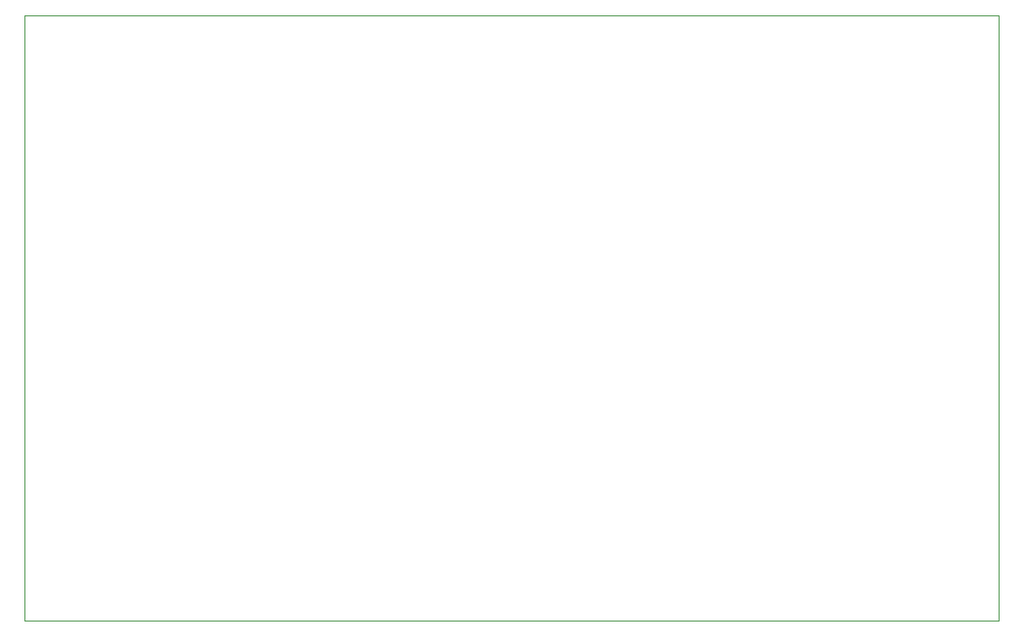
<source format=gbr>
G04 #@! TF.FileFunction,Profile,NP*
%FSLAX46Y46*%
G04 Gerber Fmt 4.6, Leading zero omitted, Abs format (unit mm)*
G04 Created by KiCad (PCBNEW (2015-02-14 BZR 5415)-product) date jeu. 05 mars 2015 22:43:21 CET*
%MOMM*%
G01*
G04 APERTURE LIST*
%ADD10C,0.100000*%
G04 APERTURE END LIST*
D10*
X14500000Y-71500000D02*
X14500000Y-15000000D01*
X105500000Y-71500000D02*
X14500000Y-71500000D01*
X105500000Y-15000000D02*
X105500000Y-71500000D01*
X14500000Y-15000000D02*
X105500000Y-15000000D01*
M02*

</source>
